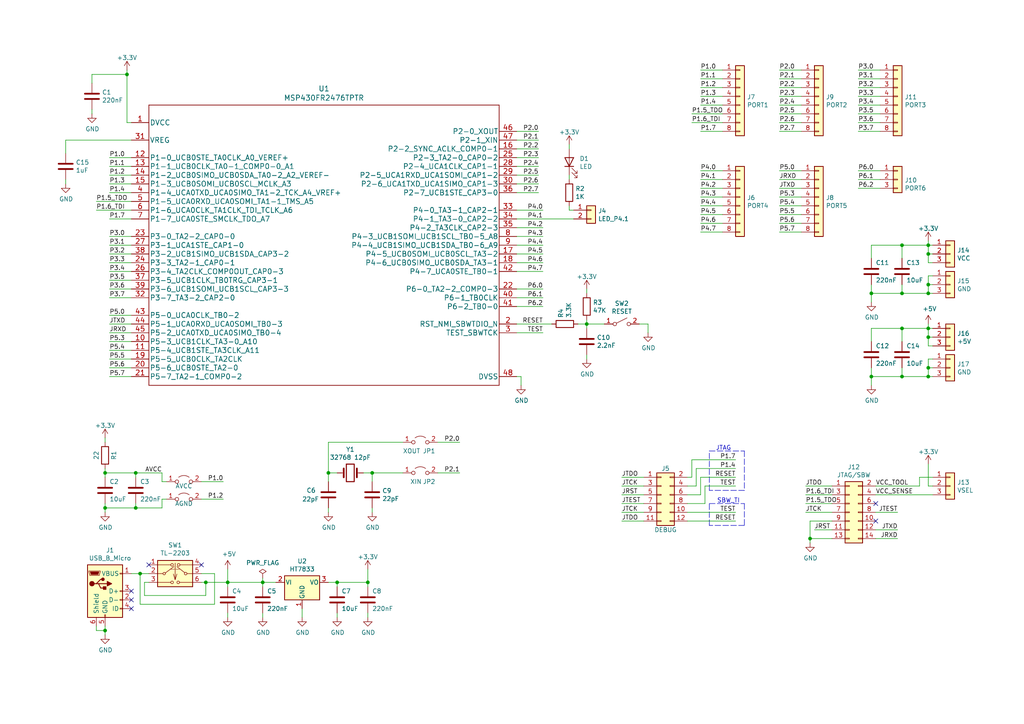
<source format=kicad_sch>
(kicad_sch (version 20211123) (generator eeschema)
  (paper "A4")
  (title_block (title "MSP430 FR2476 Proto board") (date "2022-09-11") (rev "1.2") (company "Mathias Gruber"))
  (lib_symbols
    (symbol "Connector:USB_B_Micro" (pin_names (offset 1.016))
      (property "Reference" "J" (at -5.08 11.43 0))
      (property "Value" "USB_B_Micro" (at -5.08 8.89 0))
      (symbol "USB_B_Micro_1_1"
        (pin power_out line (at 7.62 5.08 180) (length 2.54) (name "VBUS") (number "1"))
        (pin bidirectional line (at 7.62 -2.54 180) (length 2.54) (name "D-") (number "2"))
        (pin bidirectional line (at 7.62 0 180) (length 2.54) (name "D+") (number "3"))
        (pin passive line (at 7.62 -5.08 180) (length 2.54) (name "ID") (number "4"))
        (pin power_out line (at 0 -10.16 90) (length 2.54) (name "GND") (number "5"))
        (pin passive line (at -2.54 -10.16 90) (length 2.54) (name "Shield") (number "6"))
      )
    )
    (symbol "Connector_Generic:Conn_01x02" (pin_names (offset 1.016) hide)
      (property "Reference" "J" (at 0 2.54 0))
      (property "Value" "Conn_01x02" (at 0 -5.08 0))
      (symbol "Conn_01x02_1_1"
        (pin passive line (at -5.08 0 0) (length 3.81) (name "Pin_1") (number "1"))
        (pin passive line (at -5.08 -2.54 0) (length 3.81) (name "Pin_2") (number "2"))
      )
    )
    (symbol "Connector_Generic:Conn_01x03" (pin_names (offset 1.016) hide)
      (property "Reference" "J" (at 0 5.08 0))
      (property "Value" "Conn_01x03" (at 0 -5.08 0))
      (symbol "Conn_01x03_1_1"
        (pin passive line (at -5.08 2.54 0) (length 3.81) (name "Pin_1") (number "1"))
        (pin passive line (at -5.08 0 0) (length 3.81) (name "Pin_2") (number "2"))
        (pin passive line (at -5.08 -2.54 0) (length 3.81) (name "Pin_3") (number "3"))
      )
    )
    (symbol "Connector_Generic:Conn_01x08" (pin_names (offset 1.016) hide)
      (property "Reference" "J" (at 0 10.16 0))
      (property "Value" "Conn_01x08" (at 0 -12.7 0))
      (symbol "Conn_01x08_1_1"
        (pin passive line (at -5.08 7.62 0) (length 3.81) (name "Pin_1") (number "1"))
        (pin passive line (at -5.08 5.08 0) (length 3.81) (name "Pin_2") (number "2"))
        (pin passive line (at -5.08 2.54 0) (length 3.81) (name "Pin_3") (number "3"))
        (pin passive line (at -5.08 0 0) (length 3.81) (name "Pin_4") (number "4"))
        (pin passive line (at -5.08 -2.54 0) (length 3.81) (name "Pin_5") (number "5"))
        (pin passive line (at -5.08 -5.08 0) (length 3.81) (name "Pin_6") (number "6"))
        (pin passive line (at -5.08 -7.62 0) (length 3.81) (name "Pin_7") (number "7"))
        (pin passive line (at -5.08 -10.16 0) (length 3.81) (name "Pin_8") (number "8"))
      )
    )
    (symbol "Connector_Generic:Conn_02x06_Odd_Even" (pin_names (offset 1.016) hide)
      (property "Reference" "J" (at 1.27 7.62 0))
      (property "Value" "Conn_02x06_Odd_Even" (at 1.27 -10.16 0))
      (symbol "Conn_02x06_Odd_Even_1_1"
        (pin passive line (at -5.08 5.08 0) (length 3.81) (name "Pin_1") (number "1"))
        (pin passive line (at 7.62 -5.08 180) (length 3.81) (name "Pin_10") (number "10"))
        (pin passive line (at -5.08 -7.62 0) (length 3.81) (name "Pin_11") (number "11"))
        (pin passive line (at 7.62 -7.62 180) (length 3.81) (name "Pin_12") (number "12"))
        (pin passive line (at 7.62 5.08 180) (length 3.81) (name "Pin_2") (number "2"))
        (pin passive line (at -5.08 2.54 0) (length 3.81) (name "Pin_3") (number "3"))
        (pin passive line (at 7.62 2.54 180) (length 3.81) (name "Pin_4") (number "4"))
        (pin passive line (at -5.08 0 0) (length 3.81) (name "Pin_5") (number "5"))
        (pin passive line (at 7.62 0 180) (length 3.81) (name "Pin_6") (number "6"))
        (pin passive line (at -5.08 -2.54 0) (length 3.81) (name "Pin_7") (number "7"))
        (pin passive line (at 7.62 -2.54 180) (length 3.81) (name "Pin_8") (number "8"))
        (pin passive line (at -5.08 -5.08 0) (length 3.81) (name "Pin_9") (number "9"))
      )
    )
    (symbol "Connector_Generic:Conn_02x07_Odd_Even" (pin_names (offset 1.016) hide)
      (property "Reference" "J" (at 1.27 10.16 0))
      (property "Value" "Conn_02x07_Odd_Even" (at 1.27 -10.16 0))
      (symbol "Conn_02x07_Odd_Even_1_1"
        (pin passive line (at -5.08 7.62 0) (length 3.81) (name "Pin_1") (number "1"))
        (pin passive line (at 7.62 -2.54 180) (length 3.81) (name "Pin_10") (number "10"))
        (pin passive line (at -5.08 -5.08 0) (length 3.81) (name "Pin_11") (number "11"))
        (pin passive line (at 7.62 -5.08 180) (length 3.81) (name "Pin_12") (number "12"))
        (pin passive line (at -5.08 -7.62 0) (length 3.81) (name "Pin_13") (number "13"))
        (pin passive line (at 7.62 -7.62 180) (length 3.81) (name "Pin_14") (number "14"))
        (pin passive line (at 7.62 7.62 180) (length 3.81) (name "Pin_2") (number "2"))
        (pin passive line (at -5.08 5.08 0) (length 3.81) (name "Pin_3") (number "3"))
        (pin passive line (at 7.62 5.08 180) (length 3.81) (name "Pin_4") (number "4"))
        (pin passive line (at -5.08 2.54 0) (length 3.81) (name "Pin_5") (number "5"))
        (pin passive line (at 7.62 2.54 180) (length 3.81) (name "Pin_6") (number "6"))
        (pin passive line (at -5.08 0 0) (length 3.81) (name "Pin_7") (number "7"))
        (pin passive line (at 7.62 0 180) (length 3.81) (name "Pin_8") (number "8"))
        (pin passive line (at -5.08 -2.54 0) (length 3.81) (name "Pin_9") (number "9"))
      )
    )
    (symbol "Device:C" (pin_numbers hide) (pin_names (offset 0.254))
      (property "Reference" "C" (at 0.635 2.54 0))
      (property "Value" "C" (at 0.635 -2.54 0))
      (symbol "C_1_1"
        (pin passive line (at 0 3.81 270) (length 2.794) (name "~") (number "1"))
        (pin passive line (at 0 -3.81 90) (length 2.794) (name "~") (number "2"))
      )
    )
    (symbol "Device:Crystal" (pin_numbers hide) (pin_names (offset 1.016) hide)
      (property "Reference" "Y" (at 0 3.81 0))
      (property "Value" "Crystal" (at 0 -3.81 0))
      (symbol "Crystal_1_1"
        (pin passive line (at -3.81 0 0) (length 1.27) (name "1") (number "1"))
        (pin passive line (at 3.81 0 180) (length 1.27) (name "2") (number "2"))
      )
    )
    (symbol "Device:LED" (pin_numbers hide) (pin_names (offset 1.016) hide)
      (property "Reference" "D" (at 0 2.54 0))
      (property "Value" "LED" (at 0 -2.54 0))
      (symbol "LED_1_1"
        (pin passive line (at -3.81 0 0) (length 2.54) (name "K") (number "1"))
        (pin passive line (at 3.81 0 180) (length 2.54) (name "A") (number "2"))
      )
    )
    (symbol "Device:R" (pin_numbers hide) (pin_names (offset 0))
      (property "Reference" "R" (at 2.032 0 90))
      (property "Value" "R" (at 0 0 90))
      (symbol "R_1_1"
        (pin passive line (at 0 3.81 270) (length 1.27) (name "~") (number "1"))
        (pin passive line (at 0 -3.81 90) (length 1.27) (name "~") (number "2"))
      )
    )
    (symbol "Jumper:Jumper_2_Open" (pin_names (offset 0) hide)
      (property "Reference" "JP" (at 0 2.794 0))
      (property "Value" "Jumper_2_Open" (at 0 -2.286 0))
      (symbol "Jumper_2_Open_1_1"
        (pin passive line (at -5.08 0 0) (length 2.54) (name "A") (number "1"))
        (pin passive line (at 5.08 0 180) (length 2.54) (name "B") (number "2"))
      )
    )
    (symbol "MSP430FR2476TPTR:MSP430FR2476TPTR" (pin_names (offset 0.254))
      (property "Reference" "U" (at -22.86 41.91 0))
      (property "Value" "MSP430FR2476TPTR" (at 0 -43.18 0))
      (symbol "MSP430FR2476TPTR_1_1"
        (pin power_in line (at -55.88 35.56 0) (length 5.08) (name "DVCC") (number "1"))
        (pin bidirectional line (at -55.88 -27.94 0) (length 5.08) (name "P5-3_UCB1CLK_TA3-0_A10") (number "10"))
        (pin bidirectional line (at -55.88 -30.48 0) (length 5.08) (name "P5-4_UCB1STE_TA3CLK_A11") (number "11"))
        (pin bidirectional line (at -55.88 25.4 0) (length 5.08) (name "P1-0_UCB0STE_TA0CLK_A0_VEREF+") (number "12"))
        (pin bidirectional line (at -55.88 22.86 0) (length 5.08) (name "P1-1_UCB0CLK_TA0-1_COMP0-0_A1") (number "13"))
        (pin bidirectional line (at -55.88 20.32 0) (length 5.08) (name "P1-2_UCB0SIMO_UCB0SDA_TA0-2_A2_VEREF-") (number "14"))
        (pin bidirectional line (at -55.88 17.78 0) (length 5.08) (name "P1-3_UCB0SOMI_UCB0SCL_MCLK_A3") (number "15"))
        (pin bidirectional line (at 55.88 27.94 180) (length 5.08) (name "P2-2_SYNC_ACLK_COMP0-1") (number "16"))
        (pin bidirectional line (at 55.88 -2.54 180) (length 5.08) (name "P4-5_UCB0SOMI_UCB0SCL_TA3-2") (number "17"))
        (pin bidirectional line (at 55.88 -5.08 180) (length 5.08) (name "P4-6_UCB0SIMO_UCB0SDA_TA3-1") (number "18"))
        (pin bidirectional line (at -55.88 -33.02 0) (length 5.08) (name "P5-5_UCB0CLK_TA2CLK") (number "19"))
        (pin bidirectional line (at 55.88 -22.86 180) (length 5.08) (name "RST_NMI_SBWTDIO_N") (number "2"))
        (pin bidirectional line (at -55.88 -35.56 0) (length 5.08) (name "P5-6_UCB0STE_TA2-0") (number "20"))
        (pin bidirectional line (at -55.88 -38.1 0) (length 5.08) (name "P5-7_TA2-1_COMP0-2") (number "21"))
        (pin bidirectional line (at 55.88 -12.7 180) (length 5.08) (name "P6-0_TA2-2_COMP0-3") (number "22"))
        (pin bidirectional line (at -55.88 2.54 0) (length 5.08) (name "P3-0_TA2-2_CAP0-0") (number "23"))
        (pin bidirectional line (at -55.88 -5.08 0) (length 5.08) (name "P3-3_TA2-1_CAP0-1") (number "24"))
        (pin bidirectional line (at 55.88 25.4 180) (length 5.08) (name "P2-3_TA2-0_CAP0-2") (number "25"))
        (pin bidirectional line (at -55.88 -7.62 0) (length 5.08) (name "P3-4_TA2CLK_COMP0OUT_CAP0-3") (number "26"))
        (pin bidirectional line (at -55.88 0 0) (length 5.08) (name "P3-1_UCA1STE_CAP1-0") (number "27"))
        (pin bidirectional line (at 55.88 22.86 180) (length 5.08) (name "P2-4_UCA1CLK_CAP1-1") (number "28"))
        (pin bidirectional line (at 55.88 20.32 180) (length 5.08) (name "P2-5_UCA1RXD_UCA1SOMI_CAP1-2") (number "29"))
        (pin input line (at 55.88 -25.4 180) (length 5.08) (name "TEST_SBWTCK") (number "3"))
        (pin bidirectional line (at 55.88 17.78 180) (length 5.08) (name "P2-6_UCA1TXD_UCA1SIMO_CAP1-3") (number "30"))
        (pin power_out line (at -55.88 30.48 0) (length 5.08) (name "VREG") (number "31"))
        (pin bidirectional line (at -55.88 -15.24 0) (length 5.08) (name "P3-7_TA3-2_CAP2-0") (number "32"))
        (pin bidirectional line (at 55.88 10.16 180) (length 5.08) (name "P4-0_TA3-1_CAP2-1") (number "33"))
        (pin bidirectional line (at 55.88 7.62 180) (length 5.08) (name "P4-1_TA3-0_CAP2-2") (number "34"))
        (pin bidirectional line (at 55.88 5.08 180) (length 5.08) (name "P4-2_TA3CLK_CAP2-3") (number "35"))
        (pin bidirectional line (at 55.88 15.24 180) (length 5.08) (name "P2-7_UCB1STE_CAP3-0") (number "36"))
        (pin bidirectional line (at -55.88 -10.16 0) (length 5.08) (name "P3-5_UCB1CLK_TB0TRG_CAP3-1") (number "37"))
        (pin bidirectional line (at -55.88 -2.54 0) (length 5.08) (name "P3-2_UCB1SIMO_UCB1SDA_CAP3-2") (number "38"))
        (pin bidirectional line (at -55.88 -12.7 0) (length 5.08) (name "P3-6_UCB1SOMI_UCB1SCL_CAP3-3") (number "39"))
        (pin bidirectional line (at -55.88 15.24 0) (length 5.08) (name "P1-4_UCA0TXD_UCA0SIMO_TA1-2_TCK_A4_VREF+") (number "4"))
        (pin bidirectional line (at 55.88 -15.24 180) (length 5.08) (name "P6-1_TB0CLK") (number "40"))
        (pin bidirectional line (at 55.88 -17.78 180) (length 5.08) (name "P6-2_TB0-0") (number "41"))
        (pin bidirectional line (at 55.88 -7.62 180) (length 5.08) (name "P4-7_UCA0STE_TB0-1") (number "42"))
        (pin bidirectional line (at -55.88 -20.32 0) (length 5.08) (name "P5-0_UCA0CLK_TB0-2") (number "43"))
        (pin bidirectional line (at -55.88 -22.86 0) (length 5.08) (name "P5-1_UCA0RXD_UCA0SOMI_TB0-3") (number "44"))
        (pin bidirectional line (at -55.88 -25.4 0) (length 5.08) (name "P5-2_UCA0TXD_UCA0SIMO_TB0-4") (number "45"))
        (pin bidirectional line (at 55.88 33.02 180) (length 5.08) (name "P2-0_XOUT") (number "46"))
        (pin bidirectional line (at 55.88 30.48 180) (length 5.08) (name "P2-1_XIN") (number "47"))
        (pin power_in line (at 55.88 -38.1 180) (length 5.08) (name "DVSS") (number "48"))
        (pin bidirectional line (at -55.88 12.7 0) (length 5.08) (name "P1-5_UCA0RXD_UCA0SOMI_TA1-1_TMS_A5") (number "5"))
        (pin bidirectional line (at -55.88 10.16 0) (length 5.08) (name "P1-6_UCA0CLK_TA1CLK_TDI_TCLK_A6") (number "6"))
        (pin bidirectional line (at -55.88 7.62 0) (length 5.08) (name "P1-7_UCA0STE_SMCLK_TDO_A7") (number "7"))
        (pin bidirectional line (at 55.88 2.54 180) (length 5.08) (name "P4-3_UCB1SOMI_UCB1SCL_TB0-5_A8") (number "8"))
        (pin bidirectional line (at 55.88 0 180) (length 5.08) (name "P4-4_UCB1SIMO_UCB1SDA_TB0-6_A9") (number "9"))
      )
    )
    (symbol "Regulator_Linear:MCP1703A-3302_SOT89" (pin_names (offset 0.254))
      (property "Reference" "U" (at -3.81 3.175 0))
      (property "Value" "MCP1703A-3302_SOT89" (at 0 3.175 0))
      (symbol "MCP1703A-3302_SOT89_1_1"
        (pin power_in line (at 0 -7.62 90) (length 2.54) (name "GND") (number "1"))
        (pin power_in line (at -7.62 0 0) (length 2.54) (name "VI") (number "2"))
        (pin power_out line (at 7.62 0 180) (length 2.54) (name "VO") (number "3"))
      )
    )
    (symbol "Switch:SW_SPST" (pin_names (offset 0) hide)
      (property "Reference" "SW" (at 0 3.175 0))
      (property "Value" "SW_SPST" (at 0 -2.54 0))
      (symbol "SW_SPST_1_1"
        (pin passive line (at -5.08 0 0) (length 2.54) (name "A") (number "1"))
        (pin passive line (at 5.08 0 180) (length 2.54) (name "B") (number "2"))
      )
    )
    (symbol "TL-2203:TL-2203" (pin_names (offset 1.016))
      (property "Reference" "SW" (at -2.667 4.953 0))
      (property "Value" "TL-2203" (at -3.81 -5.08 0))
      (symbol "TL-2203_1_1"
        (pin passive line (at -7.62 2.54 0) (length 2.54) (name "~") (number "1"))
        (pin passive line (at -7.62 0 0) (length 2.54) (name "~") (number "2"))
        (pin passive line (at -7.62 -2.54 0) (length 2.54) (name "~") (number "3"))
        (pin passive line (at 7.62 2.54 180) (length 2.54) (name "~") (number "4"))
        (pin passive line (at 7.62 0 180) (length 2.54) (name "~") (number "5"))
        (pin passive line (at 7.62 -2.54 180) (length 2.54) (name "~") (number "6"))
      )
    )
    (symbol "power:+3.3V" (power) (pin_names (offset 0))
      (property "Value" "+3.3V" (at 0 3.556 0))
      (symbol "+3.3V_1_1"
        (pin power_in line (at 0 0 90) (length 0) hide (name "+3.3V") (number "1"))
      )
    )
    (symbol "power:+5V" (power) (pin_names (offset 0))
      (property "Value" "+5V" (at 0 3.556 0))
      (symbol "+5V_1_1"
        (pin power_in line (at 0 0 90) (length 0) hide (name "+5V") (number "1"))
      )
    )
    (symbol "power:GND" (power) (pin_names (offset 0))
      (property "Value" "GND" (at 0 -3.81 0))
      (symbol "GND_1_1"
        (pin power_in line (at 0 0 270) (length 0) hide (name "GND") (number "1"))
      )
    )
    (symbol "power:PWR_FLAG" (power) (pin_numbers hide) (pin_names (offset 0) hide)
      (property "Value" "PWR_FLAG" (at 0 3.81 0))
      (symbol "PWR_FLAG_0_0"
        (pin power_out line (at 0 0 90) (length 0) (name "pwr") (number "1"))
      )
    )
  )
  (junction (at 261.62 109.22))
  (junction (at 40.64 166.37))
  (junction (at 261.62 85.09))
  (junction (at 59.69 168.91))
  (junction (at 36.83 21.59))
  (junction (at 252.73 109.22))
  (junction (at 252.73 85.09))
  (junction (at 107.95 137.16))
  (junction (at 269.24 109.22))
  (junction (at 106.68 168.91))
  (junction (at 30.48 147.32))
  (junction (at 269.24 95.25))
  (junction (at 269.24 106.68))
  (junction (at 66.04 168.91))
  (junction (at 261.62 95.25))
  (junction (at 234.95 156.21))
  (junction (at 269.24 82.55))
  (junction (at 170.18 93.98))
  (junction (at 269.24 85.09))
  (junction (at 95.25 137.16))
  (junction (at 97.79 168.91))
  (junction (at 269.24 73.66))
  (junction (at 30.48 182.88))
  (junction (at 269.24 97.79))
  (junction (at 261.62 71.12))
  (junction (at 39.37 137.16))
  (junction (at 39.37 147.32))
  (junction (at 269.24 71.12))
  (junction (at 30.48 137.16))
  (junction (at 76.2 168.91))
  (no_connect (at 254 146.05))
  (no_connect (at 38.1 176.53))
  (no_connect (at 254 151.13))
  (no_connect (at 43.18 163.83))
  (no_connect (at 38.1 173.99))
  (no_connect (at 38.1 171.45))
  (no_connect (at 58.42 163.83))
  (wire (pts (xy 209.55 54.61) (xy 203.2 54.61)))
  (wire (pts (xy 41.91 168.91) (xy 41.91 172.72)))
  (wire (pts (xy 39.37 138.43) (xy 39.37 137.16)))
  (wire (pts (xy 30.48 148.59) (xy 30.48 147.32)))
  (wire (pts (xy 97.79 137.16) (xy 95.25 137.16)))
  (wire (pts (xy 270.51 85.09) (xy 269.24 85.09)))
  (wire (pts (xy 38.1 48.26) (xy 31.75 48.26)))
  (wire (pts (xy 149.86 68.58) (xy 157.48 68.58)))
  (wire (pts (xy 199.39 148.59) (xy 213.36 148.59)))
  (wire (pts (xy 269.24 95.25) (xy 269.24 97.79)))
  (wire (pts (xy 149.86 66.04) (xy 157.48 66.04)))
  (wire (pts (xy 165.1 52.07) (xy 165.1 50.8)))
  (wire (pts (xy 116.84 128.27) (xy 95.25 128.27)))
  (wire (pts (xy 209.55 62.23) (xy 203.2 62.23)))
  (wire (pts (xy 165.1 59.69) (xy 165.1 60.96)))
  (wire (pts (xy 232.41 20.32) (xy 226.06 20.32)))
  (wire (pts (xy 269.24 95.25) (xy 261.62 95.25)))
  (wire (pts (xy 59.69 168.91) (xy 66.04 168.91)))
  (wire (pts (xy 270.51 95.25) (xy 269.24 95.25)))
  (wire (pts (xy 149.86 96.52) (xy 157.48 96.52)))
  (wire (pts (xy 209.55 59.69) (xy 203.2 59.69)))
  (wire (pts (xy 46.99 144.78) (xy 46.99 147.32)))
  (wire (pts (xy 58.42 144.78) (xy 64.77 144.78)))
  (polyline (pts (xy 205.74 130.81) (xy 215.9 130.81)))
  (wire (pts (xy 149.86 83.82) (xy 157.48 83.82)))
  (wire (pts (xy 270.51 109.22) (xy 269.24 109.22)))
  (wire (pts (xy 39.37 147.32) (xy 30.48 147.32)))
  (wire (pts (xy 38.1 91.44) (xy 31.75 91.44)))
  (wire (pts (xy 236.22 153.67) (xy 241.3 153.67)))
  (wire (pts (xy 203.2 138.43) (xy 213.36 138.43)))
  (wire (pts (xy 209.55 49.53) (xy 203.2 49.53)))
  (wire (pts (xy 106.68 168.91) (xy 106.68 165.1)))
  (wire (pts (xy 59.69 168.91) (xy 58.42 168.91)))
  (wire (pts (xy 261.62 85.09) (xy 252.73 85.09)))
  (wire (pts (xy 66.04 170.18) (xy 66.04 168.91)))
  (wire (pts (xy 266.7 138.43) (xy 266.7 140.97)))
  (wire (pts (xy 209.55 64.77) (xy 203.2 64.77)))
  (wire (pts (xy 270.51 73.66) (xy 269.24 73.66)))
  (wire (pts (xy 62.23 175.26) (xy 40.64 175.26)))
  (wire (pts (xy 269.24 106.68) (xy 269.24 109.22)))
  (wire (pts (xy 38.1 55.88) (xy 31.75 55.88)))
  (wire (pts (xy 201.93 135.89) (xy 213.36 135.89)))
  (polyline (pts (xy 215.9 146.05) (xy 215.9 152.4)))
  (wire (pts (xy 261.62 82.55) (xy 261.62 85.09)))
  (wire (pts (xy 107.95 139.7) (xy 107.95 137.16)))
  (wire (pts (xy 180.34 138.43) (xy 186.69 138.43)))
  (wire (pts (xy 97.79 177.8) (xy 97.79 179.07)))
  (wire (pts (xy 255.27 33.02) (xy 248.92 33.02)))
  (polyline (pts (xy 205.74 142.24) (xy 205.74 130.81)))
  (wire (pts (xy 204.47 146.05) (xy 204.47 140.97)))
  (wire (pts (xy 36.83 35.56) (xy 36.83 21.59)))
  (wire (pts (xy 203.2 143.51) (xy 203.2 138.43)))
  (wire (pts (xy 107.95 148.59) (xy 107.95 147.32)))
  (wire (pts (xy 232.41 54.61) (xy 226.06 54.61)))
  (wire (pts (xy 209.55 27.94) (xy 203.2 27.94)))
  (wire (pts (xy 39.37 137.16) (xy 46.99 137.16)))
  (wire (pts (xy 95.25 148.59) (xy 95.25 147.32)))
  (wire (pts (xy 200.66 138.43) (xy 200.66 133.35)))
  (wire (pts (xy 38.1 99.06) (xy 31.75 99.06)))
  (wire (pts (xy 27.94 182.88) (xy 30.48 182.88)))
  (wire (pts (xy 209.55 67.31) (xy 203.2 67.31)))
  (wire (pts (xy 95.25 128.27) (xy 95.25 137.16)))
  (wire (pts (xy 180.34 140.97) (xy 186.69 140.97)))
  (wire (pts (xy 59.69 172.72) (xy 59.69 168.91)))
  (wire (pts (xy 106.68 177.8) (xy 106.68 179.07)))
  (wire (pts (xy 26.67 24.13) (xy 26.67 21.59)))
  (wire (pts (xy 27.94 181.61) (xy 27.94 182.88)))
  (wire (pts (xy 209.55 52.07) (xy 203.2 52.07)))
  (wire (pts (xy 255.27 49.53) (xy 248.92 49.53)))
  (wire (pts (xy 209.55 33.02) (xy 200.66 33.02)))
  (wire (pts (xy 234.95 156.21) (xy 234.95 157.48)))
  (wire (pts (xy 97.79 168.91) (xy 95.25 168.91)))
  (wire (pts (xy 269.24 69.85) (xy 269.24 71.12)))
  (wire (pts (xy 269.24 73.66) (xy 269.24 76.2)))
  (wire (pts (xy 40.64 166.37) (xy 43.18 166.37)))
  (polyline (pts (xy 205.74 152.4) (xy 205.74 146.05)))
  (wire (pts (xy 187.96 93.98) (xy 187.96 96.52)))
  (wire (pts (xy 209.55 38.1) (xy 203.2 38.1)))
  (wire (pts (xy 58.42 139.7) (xy 64.77 139.7)))
  (wire (pts (xy 241.3 151.13) (xy 234.95 151.13)))
  (wire (pts (xy 39.37 137.16) (xy 30.48 137.16)))
  (wire (pts (xy 261.62 99.06) (xy 261.62 95.25)))
  (wire (pts (xy 26.67 21.59) (xy 36.83 21.59)))
  (wire (pts (xy 199.39 151.13) (xy 213.36 151.13)))
  (wire (pts (xy 58.42 166.37) (xy 62.23 166.37)))
  (wire (pts (xy 38.1 81.28) (xy 31.75 81.28)))
  (wire (pts (xy 199.39 138.43) (xy 200.66 138.43)))
  (wire (pts (xy 261.62 95.25) (xy 252.73 95.25)))
  (wire (pts (xy 149.86 86.36) (xy 157.48 86.36)))
  (wire (pts (xy 46.99 139.7) (xy 48.26 139.7)))
  (wire (pts (xy 127 137.16) (xy 133.35 137.16)))
  (wire (pts (xy 38.1 96.52) (xy 31.75 96.52)))
  (wire (pts (xy 76.2 177.8) (xy 76.2 179.07)))
  (wire (pts (xy 241.3 156.21) (xy 234.95 156.21)))
  (wire (pts (xy 254 140.97) (xy 266.7 140.97)))
  (wire (pts (xy 36.83 21.59) (xy 36.83 20.32)))
  (wire (pts (xy 241.3 143.51) (xy 233.68 143.51)))
  (wire (pts (xy 38.1 53.34) (xy 31.75 53.34)))
  (wire (pts (xy 255.27 25.4) (xy 248.92 25.4)))
  (wire (pts (xy 175.26 93.98) (xy 170.18 93.98)))
  (wire (pts (xy 255.27 35.56) (xy 248.92 35.56)))
  (wire (pts (xy 180.34 143.51) (xy 186.69 143.51)))
  (wire (pts (xy 255.27 52.07) (xy 248.92 52.07)))
  (wire (pts (xy 38.1 78.74) (xy 31.75 78.74)))
  (wire (pts (xy 62.23 166.37) (xy 62.23 175.26)))
  (wire (pts (xy 76.2 170.18) (xy 76.2 168.91)))
  (wire (pts (xy 149.86 50.8) (xy 156.21 50.8)))
  (wire (pts (xy 66.04 168.91) (xy 76.2 168.91)))
  (wire (pts (xy 269.24 109.22) (xy 261.62 109.22)))
  (wire (pts (xy 209.55 57.15) (xy 203.2 57.15)))
  (wire (pts (xy 170.18 93.98) (xy 170.18 95.25)))
  (wire (pts (xy 209.55 30.48) (xy 203.2 30.48)))
  (wire (pts (xy 255.27 22.86) (xy 248.92 22.86)))
  (wire (pts (xy 76.2 168.91) (xy 80.01 168.91)))
  (polyline (pts (xy 205.74 146.05) (xy 215.9 146.05)))
  (wire (pts (xy 255.27 30.48) (xy 248.92 30.48)))
  (wire (pts (xy 254 143.51) (xy 270.51 143.51)))
  (wire (pts (xy 270.51 104.14) (xy 269.24 104.14)))
  (wire (pts (xy 199.39 140.97) (xy 201.93 140.97)))
  (wire (pts (xy 165.1 43.18) (xy 165.1 41.91)))
  (wire (pts (xy 149.86 48.26) (xy 156.21 48.26)))
  (wire (pts (xy 233.68 140.97) (xy 241.3 140.97)))
  (wire (pts (xy 151.13 109.22) (xy 151.13 111.76)))
  (wire (pts (xy 269.24 93.98) (xy 269.24 95.25)))
  (wire (pts (xy 234.95 151.13) (xy 234.95 156.21)))
  (wire (pts (xy 149.86 88.9) (xy 157.48 88.9)))
  (wire (pts (xy 209.55 35.56) (xy 200.66 35.56)))
  (wire (pts (xy 269.24 97.79) (xy 269.24 100.33)))
  (wire (pts (xy 254 148.59) (xy 260.35 148.59)))
  (wire (pts (xy 269.24 80.01) (xy 269.24 82.55)))
  (wire (pts (xy 105.41 137.16) (xy 107.95 137.16)))
  (wire (pts (xy 38.1 104.14) (xy 31.75 104.14)))
  (wire (pts (xy 252.73 85.09) (xy 252.73 82.55)))
  (wire (pts (xy 270.51 71.12) (xy 269.24 71.12)))
  (wire (pts (xy 149.86 63.5) (xy 166.37 63.5)))
  (wire (pts (xy 199.39 143.51) (xy 203.2 143.51)))
  (wire (pts (xy 149.86 43.18) (xy 156.21 43.18)))
  (wire (pts (xy 149.86 45.72) (xy 156.21 45.72)))
  (wire (pts (xy 170.18 104.14) (xy 170.18 102.87)))
  (wire (pts (xy 200.66 133.35) (xy 213.36 133.35)))
  (wire (pts (xy 149.86 93.98) (xy 160.02 93.98)))
  (wire (pts (xy 38.1 73.66) (xy 31.75 73.66)))
  (wire (pts (xy 38.1 71.12) (xy 31.75 71.12)))
  (wire (pts (xy 232.41 64.77) (xy 226.06 64.77)))
  (wire (pts (xy 38.1 93.98) (xy 31.75 93.98)))
  (wire (pts (xy 270.51 82.55) (xy 269.24 82.55)))
  (wire (pts (xy 38.1 60.96) (xy 27.94 60.96)))
  (polyline (pts (xy 215.9 142.24) (xy 205.74 142.24)))
  (wire (pts (xy 87.63 176.53) (xy 87.63 179.07)))
  (wire (pts (xy 204.47 140.97) (xy 213.36 140.97)))
  (wire (pts (xy 38.1 35.56) (xy 36.83 35.56)))
  (wire (pts (xy 201.93 140.97) (xy 201.93 135.89)))
  (wire (pts (xy 232.41 25.4) (xy 226.06 25.4)))
  (polyline (pts (xy 215.9 130.81) (xy 215.9 142.24)))
  (wire (pts (xy 66.04 165.1) (xy 66.04 168.91)))
  (wire (pts (xy 232.41 30.48) (xy 226.06 30.48)))
  (wire (pts (xy 261.62 74.93) (xy 261.62 71.12)))
  (wire (pts (xy 180.34 146.05) (xy 186.69 146.05)))
  (wire (pts (xy 156.21 40.64) (xy 149.86 40.64)))
  (wire (pts (xy 97.79 168.91) (xy 106.68 168.91)))
  (wire (pts (xy 209.55 25.4) (xy 203.2 25.4)))
  (wire (pts (xy 252.73 111.76) (xy 252.73 109.22)))
  (wire (pts (xy 254 153.67) (xy 260.35 153.67)))
  (wire (pts (xy 269.24 104.14) (xy 269.24 106.68)))
  (wire (pts (xy 30.48 181.61) (xy 30.48 182.88)))
  (wire (pts (xy 149.86 38.1) (xy 156.21 38.1)))
  (wire (pts (xy 127 128.27) (xy 133.35 128.27)))
  (wire (pts (xy 252.73 87.63) (xy 252.73 85.09)))
  (wire (pts (xy 269.24 140.97) (xy 269.24 134.62)))
  (wire (pts (xy 270.51 97.79) (xy 269.24 97.79)))
  (wire (pts (xy 66.04 177.8) (xy 66.04 179.07)))
  (wire (pts (xy 252.73 95.25) (xy 252.73 99.06)))
  (wire (pts (xy 107.95 137.16) (xy 116.84 137.16)))
  (wire (pts (xy 38.1 63.5) (xy 31.75 63.5)))
  (wire (pts (xy 38.1 45.72) (xy 31.75 45.72)))
  (wire (pts (xy 167.64 93.98) (xy 170.18 93.98)))
  (wire (pts (xy 30.48 127) (xy 30.48 128.27)))
  (wire (pts (xy 38.1 166.37) (xy 40.64 166.37)))
  (wire (pts (xy 97.79 170.18) (xy 97.79 168.91)))
  (wire (pts (xy 232.41 27.94) (xy 226.06 27.94)))
  (wire (pts (xy 254 156.21) (xy 260.35 156.21)))
  (wire (pts (xy 232.41 35.56) (xy 226.06 35.56)))
  (wire (pts (xy 232.41 22.86) (xy 226.06 22.86)))
  (wire (pts (xy 241.3 148.59) (xy 233.68 148.59)))
  (wire (pts (xy 255.27 54.61) (xy 248.92 54.61)))
  (wire (pts (xy 38.1 58.42) (xy 27.94 58.42)))
  (wire (pts (xy 40.64 166.37) (xy 40.64 175.26)))
  (wire (pts (xy 232.41 62.23) (xy 226.06 62.23)))
  (wire (pts (xy 252.73 71.12) (xy 252.73 74.93)))
  (wire (pts (xy 30.48 137.16) (xy 30.48 138.43)))
  (wire (pts (xy 269.24 100.33) (xy 270.51 100.33)))
  (wire (pts (xy 270.51 140.97) (xy 269.24 140.97)))
  (wire (pts (xy 269.24 71.12) (xy 261.62 71.12)))
  (wire (pts (xy 185.42 93.98) (xy 187.96 93.98)))
  (wire (pts (xy 76.2 168.91) (xy 76.2 167.64)))
  (wire (pts (xy 270.51 106.68) (xy 269.24 106.68)))
  (wire (pts (xy 255.27 38.1) (xy 248.92 38.1)))
  (wire (pts (xy 261.62 106.68) (xy 261.62 109.22)))
  (wire (pts (xy 106.68 168.91) (xy 106.68 170.18)))
  (wire (pts (xy 149.86 53.34) (xy 156.21 53.34)))
  (wire (pts (xy 232.41 49.53) (xy 226.06 49.53)))
  (wire (pts (xy 232.41 59.69) (xy 226.06 59.69)))
  (wire (pts (xy 209.55 22.86) (xy 203.2 22.86)))
  (wire (pts (xy 149.86 78.74) (xy 157.48 78.74)))
  (wire (pts (xy 232.41 67.31) (xy 226.06 67.31)))
  (wire (pts (xy 255.27 20.32) (xy 248.92 20.32)))
  (wire (pts (xy 38.1 83.82) (xy 31.75 83.82)))
  (wire (pts (xy 252.73 109.22) (xy 252.73 106.68)))
  (wire (pts (xy 19.05 40.64) (xy 19.05 44.45)))
  (wire (pts (xy 38.1 106.68) (xy 31.75 106.68)))
  (wire (pts (xy 266.7 138.43) (xy 270.51 138.43)))
  (wire (pts (xy 261.62 71.12) (xy 252.73 71.12)))
  (wire (pts (xy 39.37 146.05) (xy 39.37 147.32)))
  (wire (pts (xy 38.1 76.2) (xy 31.75 76.2)))
  (wire (pts (xy 149.86 73.66) (xy 157.48 73.66)))
  (wire (pts (xy 30.48 147.32) (xy 30.48 146.05)))
  (wire (pts (xy 255.27 27.94) (xy 248.92 27.94)))
  (wire (pts (xy 180.34 151.13) (xy 186.69 151.13)))
  (wire (pts (xy 269.24 85.09) (xy 261.62 85.09)))
  (wire (pts (xy 43.18 168.91) (xy 41.91 168.91)))
  (wire (pts (xy 26.67 31.75) (xy 26.67 33.02)))
  (wire (pts (xy 199.39 146.05) (xy 204.47 146.05)))
  (wire (pts (xy 149.86 55.88) (xy 156.21 55.88)))
  (wire (pts (xy 270.51 80.01) (xy 269.24 80.01)))
  (wire (pts (xy 38.1 40.64) (xy 19.05 40.64)))
  (wire (pts (xy 232.41 57.15) (xy 226.06 57.15)))
  (wire (pts (xy 170.18 85.09) (xy 170.18 83.82)))
  (wire (pts (xy 38.1 68.58) (xy 31.75 68.58)))
  (wire (pts (xy 38.1 50.8) (xy 31.75 50.8)))
  (wire (pts (xy 151.13 109.22) (xy 149.86 109.22)))
  (wire (pts (xy 95.25 139.7) (xy 95.25 137.16)))
  (wire (pts (xy 19.05 52.07) (xy 19.05 53.34)))
  (wire (pts (xy 261.62 109.22) (xy 252.73 109.22)))
  (wire (pts (xy 209.55 20.32) (xy 203.2 20.32)))
  (wire (pts (xy 149.86 76.2) (xy 157.48 76.2)))
  (polyline (pts (xy 215.9 152.4) (xy 205.74 152.4)))
  (wire (pts (xy 241.3 146.05) (xy 233.68 146.05)))
  (wire (pts (xy 232.41 52.07) (xy 226.06 52.07)))
  (wire (pts (xy 41.91 172.72) (xy 59.69 172.72)))
  (wire (pts (xy 46.99 147.32) (xy 39.37 147.32)))
  (wire (pts (xy 269.24 71.12) (xy 269.24 73.66)))
  (wire (pts (xy 232.41 38.1) (xy 226.06 38.1)))
  (wire (pts (xy 149.86 60.96) (xy 157.48 60.96)))
  (wire (pts (xy 30.48 182.88) (xy 30.48 184.15)))
  (wire (pts (xy 269.24 82.55) (xy 269.24 85.09)))
  (wire (pts (xy 170.18 92.71) (xy 170.18 93.98)))
  (wire (pts (xy 46.99 137.16) (xy 46.99 139.7)))
  (wire (pts (xy 269.24 76.2) (xy 270.51 76.2)))
  (wire (pts (xy 38.1 109.22) (xy 31.75 109.22)))
  (wire (pts (xy 180.34 148.59) (xy 186.69 148.59)))
  (wire (pts (xy 166.37 60.96) (xy 165.1 60.96)))
  (wire (pts (xy 149.86 71.12) (xy 157.48 71.12)))
  (wire (pts (xy 38.1 86.36) (xy 31.75 86.36)))
  (wire (pts (xy 30.48 135.89) (xy 30.48 137.16)))
  (wire (pts (xy 48.26 144.78) (xy 46.99 144.78)))
  (wire (pts (xy 38.1 101.6) (xy 31.75 101.6)))
  (wire (pts (xy 232.41 33.02) (xy 226.06 33.02)))
  (text "SBW_TI" (at 214.63 146.05 180) (effects (font (size 1.27 1.27)) (justify right bottom)))
  (text "JTAG" (at 212.09 130.81 180) (effects (font (size 1.27 1.27)) (justify right bottom)))
  (label "P5.4" (at 226.06 59.69 0))
  (label "P1.6_TDI" (at 200.66 35.56 0))
  (label "P1.7" (at 31.75 63.5 0))
  (label "P2.5" (at 226.06 33.02 0))
  (label "P3.2" (at 248.92 25.4 0))
  (label "P4.6" (at 203.2 64.77 0))
  (label "P3.7" (at 31.75 86.36 0))
  (label "P2.0" (at 156.21 38.1 180))
  (label "RESET" (at 213.36 151.13 180))
  (label "JTCK" (at 180.34 148.59 0))
  (label "P5.3" (at 31.75 99.06 0))
  (label "TEST" (at 157.48 96.52 180))
  (label "P5.6" (at 226.06 64.77 0))
  (label "P1.7" (at 203.2 38.1 0))
  (label "P6.2" (at 248.92 54.61 0))
  (label "P6.0" (at 157.48 83.82 180))
  (label "P6.2" (at 157.48 88.9 180))
  (label "P1.7" (at 213.36 133.35 180))
  (label "P4.2" (at 157.48 66.04 180))
  (label "JTDO" (at 180.34 151.13 0))
  (label "P1.0" (at 203.2 20.32 0))
  (label "P4.3" (at 203.2 57.15 0))
  (label "RESET" (at 157.48 93.98 180))
  (label "P1.1" (at 203.2 22.86 0))
  (label "P1.5_TDO" (at 233.68 146.05 0))
  (label "P3.3" (at 31.75 76.2 0))
  (label "JRXD" (at 260.35 156.21 180))
  (label "P1.0" (at 64.77 139.7 180))
  (label "P1.5_TDO" (at 27.94 58.42 0))
  (label "P1.6_TDI" (at 233.68 143.51 0))
  (label "P3.3" (at 248.92 27.94 0))
  (label "P2.3" (at 226.06 27.94 0))
  (label "P1.2" (at 203.2 25.4 0))
  (label "P6.1" (at 157.48 86.36 180))
  (label "P6.1" (at 248.92 52.07 0))
  (label "P4.3" (at 157.48 68.58 180))
  (label "P1.5_TDO" (at 200.66 33.02 0))
  (label "P2.0" (at 133.35 128.27 180))
  (label "P2.2" (at 226.06 25.4 0))
  (label "P5.7" (at 226.06 67.31 0))
  (label "JRST" (at 236.22 153.67 0))
  (label "P2.1" (at 226.06 22.86 0))
  (label "P5.4" (at 31.75 101.6 0))
  (label "VCC_SENSE" (at 254 143.51 0))
  (label "P4.7" (at 157.48 78.74 180))
  (label "P3.2" (at 31.75 73.66 0))
  (label "JTXD" (at 31.75 93.98 0))
  (label "JTDO" (at 233.68 140.97 0))
  (label "P3.0" (at 31.75 68.58 0))
  (label "P4.5" (at 157.48 73.66 180))
  (label "P4.2" (at 203.2 54.61 0))
  (label "P3.5" (at 248.92 33.02 0))
  (label "P2.1" (at 133.35 137.16 180))
  (label "P1.4" (at 213.36 135.89 180))
  (label "TEST" (at 213.36 140.97 180))
  (label "P2.4" (at 156.21 48.26 180))
  (label "P5.0" (at 31.75 91.44 0))
  (label "P3.7" (at 248.92 38.1 0))
  (label "P2.7" (at 156.21 55.88 180))
  (label "JTEST" (at 260.35 148.59 180))
  (label "P4.4" (at 157.48 71.12 180))
  (label "P4.7" (at 203.2 67.31 0))
  (label "AVCC" (at 46.99 137.16 180))
  (label "JTCK" (at 180.34 140.97 0))
  (label "P5.6" (at 31.75 106.68 0))
  (label "JTXD" (at 226.06 54.61 0))
  (label "P3.6" (at 248.92 35.56 0))
  (label "P3.1" (at 248.92 22.86 0))
  (label "P5.0" (at 226.06 49.53 0))
  (label "P6.0" (at 248.92 49.53 0))
  (label "P3.0" (at 248.92 20.32 0))
  (label "P3.6" (at 31.75 83.82 0))
  (label "JRXD" (at 226.06 52.07 0))
  (label "P3.4" (at 31.75 78.74 0))
  (label "JTEST" (at 180.34 146.05 0))
  (label "VCC_TOOL" (at 254 140.97 0))
  (label "JTDO" (at 180.34 138.43 0))
  (label "P1.4" (at 31.75 55.88 0))
  (label "P1.6_TDI" (at 27.94 60.96 0))
  (label "P4.1" (at 157.48 63.5 180))
  (label "JTCK" (at 233.68 148.59 0))
  (label "P3.5" (at 31.75 81.28 0))
  (label "P1.2" (at 31.75 50.8 0))
  (label "P5.5" (at 31.75 104.14 0))
  (label "P2.5" (at 156.21 50.8 180))
  (label "P5.5" (at 226.06 62.23 0))
  (label "P4.0" (at 157.48 60.96 180))
  (label "JTXD" (at 260.35 153.67 180))
  (label "P3.1" (at 31.75 71.12 0))
  (label "P1.3" (at 31.75 53.34 0))
  (label "P2.6" (at 226.06 35.56 0))
  (label "P5.3" (at 226.06 57.15 0))
  (label "P2.1" (at 156.21 40.64 180))
  (label "P1.2" (at 64.77 144.78 180))
  (label "P1.1" (at 31.75 48.26 0))
  (label "JRST" (at 180.34 143.51 0))
  (label "P5.7" (at 31.75 109.22 0))
  (label "TEST" (at 213.36 148.59 180))
  (label "P2.4" (at 226.06 30.48 0))
  (label "P3.4" (at 248.92 30.48 0))
  (label "P4.0" (at 203.2 49.53 0))
  (label "P1.4" (at 203.2 30.48 0))
  (label "P2.7" (at 226.06 38.1 0))
  (label "RESET" (at 213.36 138.43 180))
  (label "JRXD" (at 31.75 96.52 0))
  (label "P1.3" (at 203.2 27.94 0))
  (label "P4.1" (at 203.2 52.07 0))
  (label "P4.4" (at 203.2 59.69 0))
  (label "P4.5" (at 203.2 62.23 0))
  (label "P2.0" (at 226.06 20.32 0))
  (label "P2.2" (at 156.21 43.18 180))
  (label "P1.0" (at 31.75 45.72 0))
  (label "P2.6" (at 156.21 53.34 180))
  (label "P4.6" (at 157.48 76.2 180))
  (label "P2.3" (at 156.21 45.72 180))
  (symbol (lib_id "power:GND") (at 151.13 111.76 0) (unit 1)
    (property "Reference" "#PWR015" (effects hide))
    (property "Value" "GND" (at 151.257 116.1542 0))
  )
  (symbol (lib_id "Connector:USB_B_Micro") (at 30.48 171.45 0) (unit 1)
    (property "Reference" "J1" (at 31.9278 159.5882 0))
    (property "Value" "USB_B_Micro" (at 31.9278 161.8996 0))
    (property "Footprint" "lib:USB_Micro-B_Molex-105017-0001-handsolder" (effects hide))
    (property "LCSC" "C10418" (effects hide))
    (property "Descr" "1 1A 母座 USB - Micro B 5 USB 2.0 SMD USB Connectors ROHS" (effects hide))
  )
  (symbol (lib_id "Connector_Generic:Conn_02x07_Odd_Even") (at 246.38 148.59 0) (unit 1)
    (property "Reference" "J12" (at 247.65 135.4582 0))
    (property "Value" "JTAG/SBW" (at 247.65 137.7696 0))
    (property "Footprint" "Connector_IDC:IDC-Header_2x07_P2.54mm_Vertical" (effects hide))
  )
  (symbol (lib_id "power:+5V") (at 66.04 165.1 0) (unit 1)
    (property "Reference" "#PWR06" (effects hide))
    (property "Value" "+5V" (at 66.421 160.7058 0))
  )
  (symbol (lib_id "Connector_Generic:Conn_01x03") (at 275.59 140.97 0) (unit 1)
    (property "Reference" "J13" (at 277.622 139.9032 0) (effects (justify left)))
    (property "Value" "VSEL" (at 277.622 142.2146 0) (effects (justify left)))
    (property "Footprint" "Connector_PinHeader_2.54mm:PinHeader_1x03_P2.54mm_Vertical" (effects hide))
  )
  (symbol (lib_id "power:GND") (at 234.95 157.48 0) (unit 1)
    (property "Reference" "#PWR019" (effects hide))
    (property "Value" "GND" (at 235.077 161.8742 0))
  )
  (symbol (lib_id "Device:R") (at 170.18 88.9 0) (unit 1)
    (property "Reference" "R3" (at 171.958 87.7316 0) (effects (justify left)))
    (property "Value" "47K" (at 171.958 90.043 0) (effects (justify left)))
    (property "Footprint" "Resistor_SMD:R_0603_1608Metric_Pad0.98x0.95mm_HandSolder" (effects hide))
    (property "Descr" "0603 Chip Resistor - Surface Mount ROHS" (effects hide))
  )
  (symbol (lib_id "Device:C") (at 170.18 99.06 0) (unit 1)
    (property "Reference" "C10" (at 173.101 97.8916 0) (effects (justify left)))
    (property "Value" "2.2nF" (at 173.101 100.203 0) (effects (justify left)))
    (property "Footprint" "Capacitor_SMD:C_0603_1608Metric_Pad1.08x0.95mm_HandSolder" (effects hide))
    (property "Descr" "X7R 2.2nF ±10% 50V 0603 Multilayer Ceramic Capacitors MLCC - SMD/SMT ROHS" (effects hide))
    (property "LCSC" "C1604" (effects hide))
  )
  (symbol (lib_id "power:GND") (at 170.18 104.14 0) (unit 1)
    (property "Reference" "#PWR018" (effects hide))
    (property "Value" "GND" (at 170.307 108.5342 0))
  )
  (symbol (lib_id "power:GND") (at 30.48 184.15 0) (unit 1)
    (property "Reference" "#PWR05" (effects hide))
    (property "Value" "GND" (at 30.607 188.5442 0))
  )
  (symbol (lib_id "Regulator_Linear:MCP1703A-3302_SOT89") (at 87.63 168.91 0) (unit 1)
    (property "Reference" "U2" (at 87.63 162.7632 0))
    (property "Value" "HT7833" (at 87.63 165.0746 0))
    (property "Footprint" "Package_TO_SOT_SMD:SOT-89-3_Handsoldering" (effects hide))
    (property "Datasheet" "http://ww1.microchip.com/downloads/en/DeviceDoc/20005122B.pdf" (effects hide))
    (property "LCSC" "C14289" (effects hide))
    (property "Descr" "SOT-89(SOT-89-3) Linear Voltage Regulators (LDO) ROHS" (effects hide))
  )
  (symbol (lib_id "Device:C") (at 26.67 27.94 0) (unit 1)
    (property "Reference" "C1" (at 29.591 26.7716 0) (effects (justify left)))
    (property "Value" "220nF" (at 29.591 29.083 0) (effects (justify left)))
    (property "Footprint" "Capacitor_SMD:C_0603_1608Metric_Pad1.08x0.95mm_HandSolder" (effects hide))
    (property "LCSC" "C21120" (effects hide))
    (property "Descr" "0603 Multilayer Ceramic Capacitors MLCC - SMD/SMT ROHS" (effects hide))
  )
  (symbol (lib_id "power:GND") (at 26.67 33.02 0) (unit 1)
    (property "Reference" "#PWR01" (effects hide))
    (property "Value" "GND" (at 26.797 37.4142 0))
  )
  (symbol (lib_id "Device:C") (at 76.2 173.99 0) (unit 1)
    (property "Reference" "C5" (at 77.47 171.45 0) (effects (justify left)))
    (property "Value" "220nF" (at 77.47 176.53 0) (effects (justify left)))
    (property "Footprint" "Capacitor_SMD:C_0603_1608Metric_Pad1.08x0.95mm_HandSolder" (effects hide))
    (property "LCSC" "C21120" (effects hide))
    (property "Descr" "0603 Multilayer Ceramic Capacitors MLCC - SMD/SMT ROHS" (effects hide))
  )
  (symbol (lib_id "Device:C") (at 66.04 173.99 0) (unit 1)
    (property "Reference" "C4" (at 67.31 171.45 0) (effects (justify left)))
    (property "Value" "10uF" (at 67.31 176.53 0) (effects (justify left)))
    (property "Footprint" "Capacitor_SMD:C_0603_1608Metric_Pad1.08x0.95mm_HandSolder" (effects hide))
    (property "Descr" "0603 Multilayer Ceramic Capacitors MLCC - SMD/SMT ROHS" (effects hide))
    (property "LCSC" "C19702" (effects hide))
  )
  (symbol (lib_id "MSP430FR2476TPTR:MSP430FR2476TPTR") (at 93.98 71.12 0) (unit 1)
    (property "Reference" "U1" (at 93.98 25.7048 0) (effects (font (size 1.524 1.524))))
    (property "Value" "MSP430FR2476TPTR" (at 93.98 28.3972 0) (effects (font (size 1.524 1.524))))
    (property "Footprint" "Package_QFP:LQFP-48_7x7mm_P0.5mm" (effects hide))
  )
  (symbol (lib_id "Device:C") (at 39.37 142.24 0) (unit 1)
    (property "Reference" "C3" (at 40.64 139.7 0) (effects (justify left)))
    (property "Value" "220nF" (at 40.64 144.78 0) (effects (justify left)))
    (property "Footprint" "Capacitor_SMD:C_0603_1608Metric_Pad1.08x0.95mm_HandSolder" (effects hide))
    (property "LCSC" "C21120" (effects hide))
    (property "Descr" "0603 Multilayer Ceramic Capacitors MLCC - SMD/SMT ROHS" (effects hide))
  )
  (symbol (lib_id "Switch:SW_SPST") (at 180.34 93.98 0) (unit 1)
    (property "Reference" "SW2" (at 180.34 88.011 0))
    (property "Value" "RESET" (at 180.34 90.3224 0))
    (property "Footprint" "lib:SW_Push_SPST_NO_Alps_SKRK_handsolder" (effects hide))
    (property "LCSC" "C720477" (effects hide))
    (property "Descr" "SMD,3×4×2.0mm Tactile Switches ROHS" (effects hide))
  )
  (symbol (lib_id "Connector_Generic:Conn_01x08") (at 214.63 27.94 0) (unit 1)
    (property "Reference" "J7" (at 216.662 28.1432 0) (effects (justify left)))
    (property "Value" "PORT1" (at 216.662 30.4546 0) (effects (justify left)))
    (property "Footprint" "Connector_PinHeader_2.54mm:PinHeader_1x08_P2.54mm_Vertical" (effects hide))
  )
  (symbol (lib_id "power:GND") (at 187.96 96.52 0) (unit 1)
    (property "Reference" "#PWR0101" (effects hide))
    (property "Value" "GND" (at 188.087 100.9142 0))
  )
  (symbol (lib_id "Connector_Generic:Conn_01x08") (at 237.49 27.94 0) (unit 1)
    (property "Reference" "J9" (at 239.522 28.1432 0) (effects (justify left)))
    (property "Value" "PORT2" (at 239.522 30.4546 0) (effects (justify left)))
    (property "Footprint" "Connector_PinHeader_2.54mm:PinHeader_1x08_P2.54mm_Vertical" (effects hide))
  )
  (symbol (lib_id "Connector_Generic:Conn_01x08") (at 260.35 27.94 0) (unit 1)
    (property "Reference" "J11" (at 262.382 28.1432 0) (effects (justify left)))
    (property "Value" "PORT3" (at 262.382 30.4546 0) (effects (justify left)))
    (property "Footprint" "Connector_PinHeader_2.54mm:PinHeader_1x08_P2.54mm_Vertical" (effects hide))
  )
  (symbol (lib_id "power:GND") (at 87.63 179.07 0) (unit 1)
    (property "Reference" "#PWR09" (effects hide))
    (property "Value" "GND" (at 87.757 183.4642 0))
  )
  (symbol (lib_id "power:GND") (at 76.2 179.07 0) (unit 1)
    (property "Reference" "#PWR08" (effects hide))
    (property "Value" "GND" (at 76.327 183.4642 0))
  )
  (symbol (lib_id "power:GND") (at 66.04 179.07 0) (unit 1)
    (property "Reference" "#PWR07" (effects hide))
    (property "Value" "GND" (at 66.167 183.4642 0))
  )
  (symbol (lib_id "Connector_Generic:Conn_01x08") (at 214.63 57.15 0) (unit 1)
    (property "Reference" "J6" (at 216.662 57.3532 0) (effects (justify left)))
    (property "Value" "PORT4" (at 216.662 59.6646 0) (effects (justify left)))
    (property "Footprint" "Connector_PinHeader_2.54mm:PinHeader_1x08_P2.54mm_Vertical" (effects hide))
  )
  (symbol (lib_id "Connector_Generic:Conn_01x08") (at 237.49 57.15 0) (unit 1)
    (property "Reference" "J8" (at 239.522 57.3532 0) (effects (justify left)))
    (property "Value" "PORT5" (at 239.522 59.6646 0) (effects (justify left)))
    (property "Footprint" "Connector_PinHeader_2.54mm:PinHeader_1x08_P2.54mm_Vertical" (effects hide))
  )
  (symbol (lib_id "Device:C") (at 30.48 142.24 0) (unit 1)
    (property "Reference" "C2" (at 31.75 139.7 0) (effects (justify left)))
    (property "Value" "10uF" (at 31.75 144.78 0) (effects (justify left)))
    (property "Footprint" "Capacitor_SMD:C_0603_1608Metric_Pad1.08x0.95mm_HandSolder" (effects hide))
    (property "Descr" "0603 Multilayer Ceramic Capacitors MLCC - SMD/SMT ROHS" (effects hide))
    (property "LCSC" "C19702" (effects hide))
  )
  (symbol (lib_id "Device:C") (at 97.79 173.99 0) (unit 1)
    (property "Reference" "C7" (at 99.06 171.45 0) (effects (justify left)))
    (property "Value" "10uF" (at 99.06 176.53 0) (effects (justify left)))
    (property "Footprint" "Capacitor_SMD:C_0603_1608Metric_Pad1.08x0.95mm_HandSolder" (effects hide))
    (property "Descr" "0603 Multilayer Ceramic Capacitors MLCC - SMD/SMT ROHS" (effects hide))
    (property "LCSC" "C19702" (effects hide))
  )
  (symbol (lib_id "Device:C") (at 106.68 173.99 0) (unit 1)
    (property "Reference" "C8" (at 107.95 171.45 0) (effects (justify left)))
    (property "Value" "220nF" (at 107.95 176.53 0) (effects (justify left)))
    (property "Footprint" "Capacitor_SMD:C_0603_1608Metric_Pad1.08x0.95mm_HandSolder" (effects hide))
    (property "LCSC" "C21120" (effects hide))
    (property "Descr" "0603 Multilayer Ceramic Capacitors MLCC - SMD/SMT ROHS" (effects hide))
  )
  (symbol (lib_id "Connector_Generic:Conn_02x06_Odd_Even") (at 191.77 143.51 0) (unit 1)
    (property "Reference" "J5" (at 193.04 135.89 0))
    (property "Value" "DEBUG" (at 193.04 153.67 0))
    (property "Footprint" "Connector_PinHeader_2.54mm:PinHeader_2x06_P2.54mm_Vertical" (effects hide))
  )
  (symbol (lib_id "power:GND") (at 97.79 179.07 0) (unit 1)
    (property "Reference" "#PWR011" (effects hide))
    (property "Value" "GND" (at 97.917 183.4642 0))
  )
  (symbol (lib_id "power:GND") (at 106.68 179.07 0) (unit 1)
    (property "Reference" "#PWR013" (effects hide))
    (property "Value" "GND" (at 106.807 183.4642 0))
  )
  (symbol (lib_id "Jumper:Jumper_2_Open") (at 121.92 137.16 0) (unit 1)
    (property "Reference" "JP2" (at 124.46 139.7 0))
    (property "Value" "XIN" (at 120.65 139.7 0))
    (property "Footprint" "Jumper:SolderJumper-2_P1.3mm_Open_RoundedPad1.0x1.5mm" (effects hide))
  )
  (symbol (lib_id "Jumper:Jumper_2_Open") (at 121.92 128.27 0) (unit 1)
    (property "Reference" "JP1" (at 124.46 130.81 0))
    (property "Value" "XOUT" (at 119.38 130.81 0))
    (property "Footprint" "Jumper:SolderJumper-2_P1.3mm_Open_RoundedPad1.0x1.5mm" (effects hide))
  )
  (symbol (lib_id "Connector_Generic:Conn_01x03") (at 260.35 52.07 0) (unit 1)
    (property "Reference" "J10" (at 262.382 52.2732 0) (effects (justify left)))
    (property "Value" "PORT6" (at 262.382 54.5846 0) (effects (justify left)))
    (property "Footprint" "Connector_PinHeader_2.54mm:PinHeader_1x03_P2.54mm_Vertical" (effects hide))
  )
  (symbol (lib_id "Device:R") (at 165.1 55.88 0) (unit 1)
    (property "Reference" "R2" (at 166.878 54.7116 0) (effects (justify left)))
    (property "Value" "1K" (at 166.878 57.023 0) (effects (justify left)))
    (property "Footprint" "Resistor_SMD:R_0603_1608Metric_Pad0.98x0.95mm_HandSolder" (effects hide))
    (property "Descr" "0603 Chip Resistor - Surface Mount ROHS" (effects hide))
    (property "LCSC" "C21190" (effects hide))
  )
  (symbol (lib_id "Device:LED") (at 165.1 46.99 90) (unit 1)
    (property "Reference" "D1" (at 168.0972 45.9994 90) (effects (justify right)))
    (property "Value" "LED" (at 168.0972 48.3108 90) (effects (justify right)))
    (property "Footprint" "LED_SMD:LED_0603_1608Metric_Pad1.05x0.95mm_HandSolder" (effects hide))
    (property "LCSC" "C72038" (effects hide))
    (property "Descr" "585.5~591.5nm 0603 Light Emitting Diodes (LED) ROHS" (effects hide))
  )
  (symbol (lib_id "Jumper:Jumper_2_Open") (at 53.34 139.7 0) (unit 1)
    (property "Reference" "JP3" (effects hide))
    (property "Value" "AVCC" (at 53.34 140.97 0))
    (property "Footprint" "Jumper:SolderJumper-2_P1.3mm_Open_RoundedPad1.0x1.5mm" (effects hide))
  )
  (symbol (lib_id "Jumper:Jumper_2_Open") (at 53.34 144.78 0) (unit 1)
    (property "Reference" "JP4" (effects hide))
    (property "Value" "AGND" (at 53.34 146.05 0))
    (property "Footprint" "Jumper:SolderJumper-2_P1.3mm_Open_RoundedPad1.0x1.5mm" (effects hide))
  )
  (symbol (lib_id "Device:R") (at 30.48 132.08 0) (unit 1)
    (property "Reference" "R1" (at 33.02 132.08 90))
    (property "Value" "22" (at 27.94 132.08 90))
    (property "Footprint" "Resistor_SMD:R_0603_1608Metric_Pad0.98x0.95mm_HandSolder" (effects hide))
    (property "Descr" "±1% ±200ppm/℃ 0.1W 22Ω 0603 Chip Resistor - Surface Mount ROHS" (effects hide))
    (property "LCSC" "C23345" (effects hide))
  )
  (symbol (lib_id "Connector_Generic:Conn_01x02") (at 171.45 60.96 0) (unit 1)
    (property "Reference" "J4" (at 173.482 61.1632 0) (effects (justify left)))
    (property "Value" "LED_P4.1" (at 173.482 63.4746 0) (effects (justify left)))
    (property "Footprint" "Connector_PinHeader_2.54mm:PinHeader_1x02_P2.54mm_Vertical" (effects hide))
  )
  (symbol (lib_id "power:GND") (at 107.95 148.59 0) (unit 1)
    (property "Reference" "#PWR014" (effects hide))
    (property "Value" "GND" (at 108.077 152.9842 0))
  )
  (symbol (lib_id "Device:Crystal") (at 101.6 137.16 180) (unit 1)
    (property "Reference" "Y1" (at 101.6 130.3528 0))
    (property "Value" "32768 12pF" (at 101.6 132.6642 0))
    (property "Footprint" "Crystal:Crystal_SMD_G8-2Pin_3.2x1.5mm_HandSoldering" (effects hide))
    (property "Descr" "SMD3215-2P Crystals ROHS" (effects hide))
    (property "LCSC" "C32346" (effects hide))
  )
  (symbol (lib_id "TL-2203:TL-2203") (at 50.8 166.37 0) (unit 1)
    (property "Reference" "SW1" (at 50.8 158.115 0))
    (property "Value" "TL-2203" (at 50.8 160.4264 0))
    (property "Footprint" "lib:TL-2203" (effects hide))
  )
  (symbol (lib_id "power:PWR_FLAG") (at 76.2 167.64 0) (unit 1)
    (property "Reference" "#FLG01" (effects hide))
    (property "Value" "PWR_FLAG" (at 76.2 163.2458 0))
  )
  (symbol (lib_id "Connector_Generic:Conn_01x03") (at 275.59 82.55 0) (unit 1)
    (property "Reference" "J15" (at 277.622 81.4832 0) (effects (justify left)))
    (property "Value" "GND" (at 277.622 83.7946 0) (effects (justify left)))
    (property "Footprint" "Connector_PinHeader_2.54mm:PinHeader_1x03_P2.54mm_Vertical" (effects hide))
  )
  (symbol (lib_id "Connector_Generic:Conn_01x03") (at 275.59 106.68 0) (unit 1)
    (property "Reference" "J17" (at 277.622 105.6132 0) (effects (justify left)))
    (property "Value" "GND" (at 277.622 107.9246 0) (effects (justify left)))
    (property "Footprint" "Connector_PinHeader_2.54mm:PinHeader_1x03_P2.54mm_Vertical" (effects hide))
  )
  (symbol (lib_id "Connector_Generic:Conn_01x03") (at 275.59 73.66 0) (unit 1)
    (property "Reference" "J14" (at 277.622 72.5932 0) (effects (justify left)))
    (property "Value" "VCC" (at 277.622 74.9046 0) (effects (justify left)))
    (property "Footprint" "Connector_PinHeader_2.54mm:PinHeader_1x03_P2.54mm_Vertical" (effects hide))
  )
  (symbol (lib_id "power:GND") (at 252.73 87.63 0) (unit 1)
    (property "Reference" "#PWR020" (effects hide))
    (property "Value" "GND" (at 252.857 92.0242 0))
  )
  (symbol (lib_id "power:GND") (at 252.73 111.76 0) (unit 1)
    (property "Reference" "#PWR021" (effects hide))
    (property "Value" "GND" (at 252.857 116.1542 0))
  )
  (symbol (lib_id "power:GND") (at 30.48 148.59 0) (unit 1)
    (property "Reference" "#PWR04" (effects hide))
    (property "Value" "GND" (at 30.607 152.9842 0))
  )
  (symbol (lib_id "Connector_Generic:Conn_01x03") (at 275.59 97.79 0) (unit 1)
    (property "Reference" "J16" (at 277.622 96.7232 0) (effects (justify left)))
    (property "Value" "+5V" (at 277.622 99.0346 0) (effects (justify left)))
    (property "Footprint" "Connector_PinHeader_2.54mm:PinHeader_1x03_P2.54mm_Vertical" (effects hide))
  )
  (symbol (lib_id "power:+5V") (at 269.24 93.98 0) (unit 1)
    (property "Reference" "#PWR024" (effects hide))
    (property "Value" "+5V" (at 269.621 89.5858 0))
  )
  (symbol (lib_id "Device:C") (at 261.62 78.74 0) (unit 1)
    (property "Reference" "C13" (at 262.89 76.2 0) (effects (justify left)))
    (property "Value" "10uF" (at 262.89 81.28 0) (effects (justify left)))
    (property "Footprint" "Capacitor_SMD:C_0603_1608Metric_Pad1.08x0.95mm_HandSolder" (effects hide))
    (property "Descr" "0603 Multilayer Ceramic Capacitors MLCC - SMD/SMT ROHS" (effects hide))
    (property "LCSC" "C19702" (effects hide))
  )
  (symbol (lib_id "Device:C") (at 252.73 78.74 0) (unit 1)
    (property "Reference" "C11" (at 254 76.2 0) (effects (justify left)))
    (property "Value" "220nF" (at 254 81.28 0) (effects (justify left)))
    (property "Footprint" "Capacitor_SMD:C_0603_1608Metric_Pad1.08x0.95mm_HandSolder" (effects hide))
    (property "LCSC" "C21120" (effects hide))
    (property "Descr" "0603 Multilayer Ceramic Capacitors MLCC - SMD/SMT ROHS" (effects hide))
  )
  (symbol (lib_id "Device:C") (at 261.62 102.87 0) (unit 1)
    (property "Reference" "C14" (at 262.89 100.33 0) (effects (justify left)))
    (property "Value" "10uF" (at 262.89 105.41 0) (effects (justify left)))
    (property "Footprint" "Capacitor_SMD:C_0603_1608Metric_Pad1.08x0.95mm_HandSolder" (effects hide))
    (property "Descr" "0603 Multilayer Ceramic Capacitors MLCC - SMD/SMT ROHS" (effects hide))
    (property "LCSC" "C19702" (effects hide))
  )
  (symbol (lib_id "Device:C") (at 252.73 102.87 0) (unit 1)
    (property "Reference" "C12" (at 254 100.33 0) (effects (justify left)))
    (property "Value" "220nF" (at 254 105.41 0) (effects (justify left)))
    (property "Footprint" "Capacitor_SMD:C_0603_1608Metric_Pad1.08x0.95mm_HandSolder" (effects hide))
    (property "LCSC" "C21120" (effects hide))
    (property "Descr" "0603 Multilayer Ceramic Capacitors MLCC - SMD/SMT ROHS" (effects hide))
  )
  (symbol (lib_id "Device:R") (at 163.83 93.98 90) (unit 1)
    (property "Reference" "R4" (at 162.6616 92.202 0) (effects (justify left)))
    (property "Value" "3.3K" (at 164.973 92.202 0) (effects (justify left)))
    (property "Footprint" "Resistor_SMD:R_0603_1608Metric_Pad0.98x0.95mm_HandSolder" (effects hide))
    (property "Descr" "3.3kΩ ±1% ±100ppm/℃ 0.1W 0603 Chip Resistor - Surface Mount ROHS" (effects hide))
    (property "LCSC" "C22978" (effects hide))
  )
  (symbol (lib_id "Device:C") (at 19.05 48.26 0) (unit 1)
    (property "Reference" "C15" (at 21.971 47.0916 0) (effects (justify left)))
    (property "Value" "1uF" (at 21.971 49.403 0) (effects (justify left)))
    (property "Footprint" "Capacitor_SMD:C_0603_1608Metric_Pad1.08x0.95mm_HandSolder" (effects hide))
    (property "Descr" "X5R ±10% 50V 1uF 0603 Multilayer Ceramic Capacitors MLCC - SMD/SMT ROHS" (effects hide))
    (property "LCSC" "C15849" (effects hide))
  )
  (symbol (lib_id "power:GND") (at 19.05 53.34 0) (unit 1)
    (property "Reference" "#PWR0102" (effects hide))
    (property "Value" "GND" (at 19.177 57.7342 0))
  )
  (symbol (lib_id "Device:C") (at 107.95 143.51 0) (unit 1)
    (property "Reference" "C9" (at 110.871 142.3416 0) (effects (justify left)))
    (property "Value" "22pF" (at 110.871 144.653 0) (effects (justify left)))
    (property "Footprint" "Capacitor_SMD:C_0603_1608Metric_Pad1.08x0.95mm_HandSolder" (effects hide))
    (property "Descr" "0603 Multilayer Ceramic Capacitors MLCC - SMD/SMT ROHS" (effects hide))
    (property "LCSC" "C1653" (effects hide))
  )
  (symbol (lib_id "Device:C") (at 95.25 143.51 0) (unit 1)
    (property "Reference" "C6" (at 88.9 142.24 0) (effects (justify left)))
    (property "Value" "22pF" (at 87.63 144.78 0) (effects (justify left)))
    (property "Footprint" "Capacitor_SMD:C_0603_1608Metric_Pad1.08x0.95mm_HandSolder" (effects hide))
    (property "Descr" "0603 Multilayer Ceramic Capacitors MLCC - SMD/SMT ROHS" (effects hide))
    (property "LCSC" "C1653" (effects hide))
  )
  (symbol (lib_id "power:GND") (at 95.25 148.59 0) (unit 1)
    (property "Reference" "#PWR010" (effects hide))
    (property "Value" "GND" (at 95.377 152.9842 0))
  )
  (symbol (lib_id "power:+3.3V") (at 165.1 41.91 0) (unit 1)
    (property "Reference" "#PWR0106" (effects hide))
    (property "Value" "+3.3V" (at 165.1 38.3342 0))
  )
  (symbol (lib_id "power:+3.3V") (at 30.48 127 0) (unit 1)
    (property "Reference" "#PWR0105" (effects hide))
    (property "Value" "+3.3V" (at 30.48 123.4242 0))
  )
  (symbol (lib_id "power:+3.3V") (at 36.83 20.32 0) (unit 1)
    (property "Reference" "#PWR0103" (effects hide))
    (property "Value" "+3.3V" (at 36.83 16.7442 0))
  )
  (symbol (lib_id "power:+3.3V") (at 170.18 83.82 0) (unit 1)
    (property "Reference" "#PWR0107" (effects hide))
    (property "Value" "+3.3V" (at 170.18 80.2442 0))
  )
  (symbol (lib_id "power:+3.3V") (at 269.24 134.62 0) (unit 1)
    (property "Reference" "#PWR0109" (effects hide))
    (property "Value" "+3.3V" (at 269.24 131.0442 0))
  )
  (symbol (lib_id "power:+3.3V") (at 106.68 165.1 0) (unit 1)
    (property "Reference" "#PWR0104" (effects hide))
    (property "Value" "+3.3V" (at 106.68 161.5242 0))
  )
  (symbol (lib_id "power:+3.3V") (at 269.24 69.85 0) (unit 1)
    (property "Reference" "#PWR0108" (effects hide))
    (property "Value" "+3.3V" (at 269.24 66.2742 0))
  )
)
</source>
